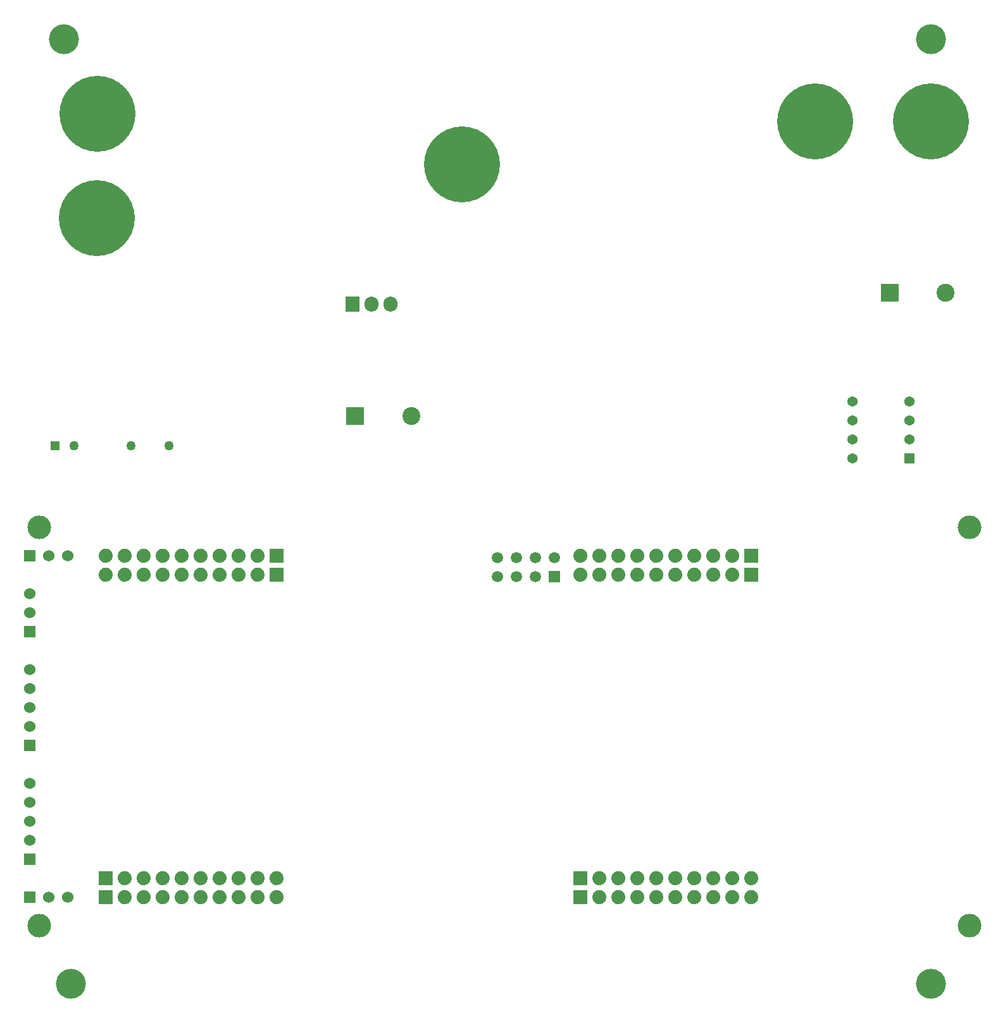
<source format=gbr>
%TF.GenerationSoftware,KiCad,Pcbnew,9.0.0*%
%TF.CreationDate,2025-03-06T09:36:57-05:00*%
%TF.ProjectId,PCB_Tutorial_Lect,5043425f-5475-4746-9f72-69616c5f4c65,rev?*%
%TF.SameCoordinates,Original*%
%TF.FileFunction,Soldermask,Bot*%
%TF.FilePolarity,Negative*%
%FSLAX46Y46*%
G04 Gerber Fmt 4.6, Leading zero omitted, Abs format (unit mm)*
G04 Created by KiCad (PCBNEW 9.0.0) date 2025-03-06 09:36:57*
%MOMM*%
%LPD*%
G01*
G04 APERTURE LIST*
%ADD10C,10.160000*%
%ADD11R,2.400000X2.400000*%
%ADD12C,2.400000*%
%ADD13C,4.000000*%
%ADD14C,3.175000*%
%ADD15R,1.879600X1.879600*%
%ADD16C,1.879600*%
%ADD17R,1.524000X1.524000*%
%ADD18C,1.524000*%
%ADD19R,1.500000X1.500000*%
%ADD20C,1.500000*%
%ADD21R,1.905000X2.000000*%
%ADD22O,1.905000X2.000000*%
%ADD23R,1.371600X1.371600*%
%ADD24C,1.371600*%
%ADD25R,1.270000X1.270000*%
%ADD26C,1.270000*%
G04 APERTURE END LIST*
D10*
%TO.C,J1*%
X56000000Y-48000000D03*
%TD*%
D11*
%TO.C,C3*%
X90486220Y-88446000D03*
D12*
X97986220Y-88446000D03*
%TD*%
D10*
%TO.C,J5*%
X104785000Y-54785000D03*
%TD*%
%TO.C,J2*%
X167500000Y-49000000D03*
%TD*%
D13*
%TO.C,H3*%
X52500000Y-164500000D03*
%TD*%
%TO.C,H4*%
X167500000Y-164500000D03*
%TD*%
D11*
%TO.C,C5*%
X162000000Y-72000000D03*
D12*
X169500000Y-72000000D03*
%TD*%
D10*
%TO.C,J3*%
X152000000Y-49000000D03*
%TD*%
D14*
%TO.C,U2*%
X172674000Y-156756000D03*
X172674000Y-103416000D03*
X48214000Y-156756000D03*
X48214000Y-103416000D03*
D15*
X143464000Y-107226000D03*
D16*
X140924000Y-107226000D03*
X138384000Y-107226000D03*
X135844000Y-107226000D03*
X133304000Y-107226000D03*
X130764000Y-107226000D03*
X128224000Y-107226000D03*
X125684000Y-107226000D03*
X123144000Y-107226000D03*
X120604000Y-107226000D03*
D15*
X120604000Y-152946000D03*
D16*
X123144000Y-152946000D03*
X125684000Y-152946000D03*
X128224000Y-152946000D03*
X130764000Y-152946000D03*
X133304000Y-152946000D03*
X135844000Y-152946000D03*
X138384000Y-152946000D03*
X140924000Y-152946000D03*
X143464000Y-152946000D03*
D15*
X143464000Y-109766000D03*
D16*
X140924000Y-109766000D03*
X138384000Y-109766000D03*
X135844000Y-109766000D03*
X133304000Y-109766000D03*
X130764000Y-109766000D03*
X128224000Y-109766000D03*
X125684000Y-109766000D03*
X123144000Y-109766000D03*
X120604000Y-109766000D03*
D15*
X120604000Y-150406000D03*
D16*
X123144000Y-150406000D03*
X125684000Y-150406000D03*
X128224000Y-150406000D03*
X130764000Y-150406000D03*
X133304000Y-150406000D03*
X135844000Y-150406000D03*
X138384000Y-150406000D03*
X140924000Y-150406000D03*
X143464000Y-150406000D03*
D15*
X79964000Y-107226000D03*
D16*
X77424000Y-107226000D03*
X74884000Y-107226000D03*
X72344000Y-107226000D03*
X69804000Y-107226000D03*
X67264000Y-107226000D03*
X64724000Y-107226000D03*
X62184000Y-107226000D03*
X59644000Y-107226000D03*
X57104000Y-107226000D03*
D15*
X57104000Y-152946000D03*
D16*
X59644000Y-152946000D03*
X62184000Y-152946000D03*
X64724000Y-152946000D03*
X67264000Y-152946000D03*
X69804000Y-152946000D03*
X72344000Y-152946000D03*
X74884000Y-152946000D03*
X77424000Y-152946000D03*
X79964000Y-152946000D03*
D15*
X79964000Y-109766000D03*
D16*
X77424000Y-109766000D03*
X74884000Y-109766000D03*
X72344000Y-109766000D03*
X69804000Y-109766000D03*
X67264000Y-109766000D03*
X64724000Y-109766000D03*
X62184000Y-109766000D03*
X59644000Y-109766000D03*
X57104000Y-109766000D03*
D15*
X57104000Y-150406000D03*
D16*
X59644000Y-150406000D03*
X62184000Y-150406000D03*
X64724000Y-150406000D03*
X67264000Y-150406000D03*
X69804000Y-150406000D03*
X72344000Y-150406000D03*
X74884000Y-150406000D03*
X77424000Y-150406000D03*
X79964000Y-150406000D03*
D17*
X46944000Y-152946000D03*
D18*
X49484000Y-152946000D03*
X52024000Y-152946000D03*
D17*
X46944000Y-117386000D03*
D18*
X46944000Y-114846000D03*
X46944000Y-112306000D03*
D17*
X46944000Y-147866000D03*
D18*
X46944000Y-145326000D03*
X46944000Y-142786000D03*
X46944000Y-140246000D03*
X46944000Y-137706000D03*
D17*
X46944000Y-132626000D03*
D18*
X46944000Y-130086000D03*
X46944000Y-127546000D03*
X46944000Y-125006000D03*
X46944000Y-122466000D03*
D17*
X46944000Y-107226000D03*
D18*
X49484000Y-107226000D03*
X52024000Y-107226000D03*
D19*
X117120000Y-110000000D03*
D20*
X117120000Y-107460000D03*
X114580000Y-110000000D03*
X114580000Y-107460000D03*
X112040000Y-110000000D03*
X112040000Y-107460000D03*
X109500000Y-110000000D03*
X109500000Y-107460000D03*
%TD*%
D10*
%TO.C,J4*%
X55964000Y-62000000D03*
%TD*%
D21*
%TO.C,Q1*%
X90099000Y-73471000D03*
D22*
X92639000Y-73471000D03*
X95179000Y-73471000D03*
%TD*%
D23*
%TO.C,U1*%
X164620000Y-94120000D03*
D24*
X164620000Y-91580000D03*
X164620000Y-89040000D03*
X164620000Y-86500000D03*
X157000000Y-86500000D03*
X157000000Y-89040000D03*
X157000000Y-91580000D03*
X157000000Y-94120000D03*
%TD*%
D13*
%TO.C,H1*%
X51500000Y-38000000D03*
%TD*%
D25*
%TO.C,U4*%
X50304000Y-92446000D03*
D26*
X52844000Y-92446000D03*
X60464000Y-92446000D03*
X65544000Y-92446000D03*
%TD*%
D13*
%TO.C,H2*%
X167500000Y-38000000D03*
%TD*%
M02*

</source>
